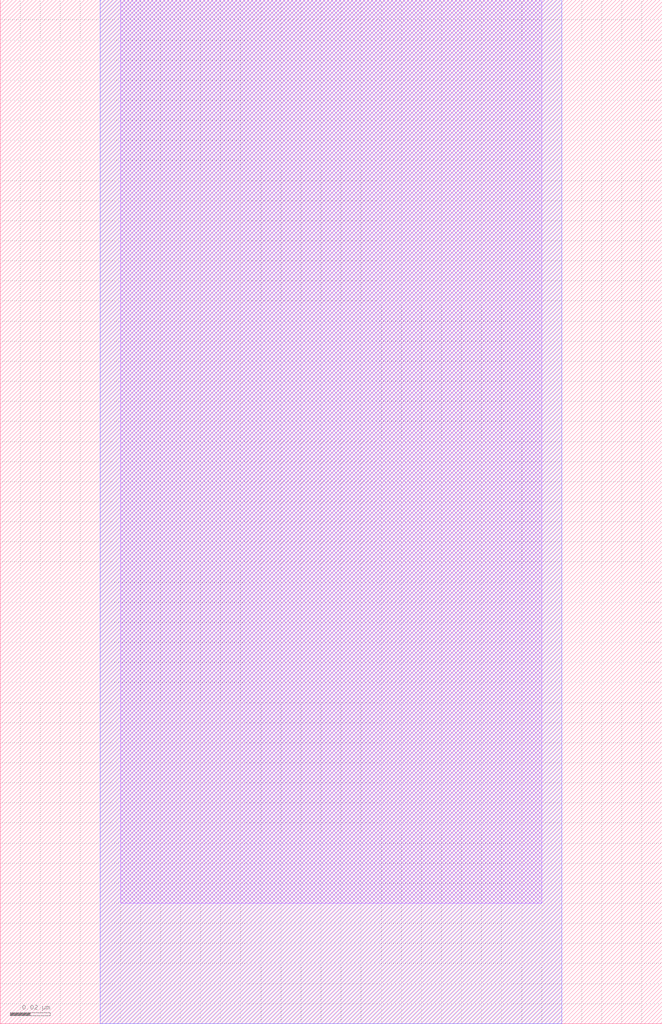
<source format=lef>
VERSION 5.7 ;
  NOWIREEXTENSIONATPIN ON ;
  DIVIDERCHAR "/" ;
  BUSBITCHARS "[]" ;
MACRO /home/bjmuld/work/hilas/fastlane/PDKs/sky130A_hilas/libs.ref/sky130_hilas_sc/mag/sky130_hilas_poly2m1
  CLASS BLOCK ;
  FOREIGN /home/bjmuld/work/hilas/fastlane/PDKs/sky130A_hilas/libs.ref/sky130_hilas_sc/mag/sky130_hilas_poly2m1 ;
  ORIGIN 0.090 0.260 ;
  SIZE 0.330 BY 0.510 ;
  OBS
      LAYER li1 ;
        RECT -0.030 -0.200 0.180 0.250 ;
      LAYER met1 ;
        RECT -0.040 -0.260 0.190 0.250 ;
  END
END /home/bjmuld/work/hilas/fastlane/PDKs/sky130A_hilas/libs.ref/sky130_hilas_sc/mag/sky130_hilas_poly2m1
END LIBRARY


</source>
